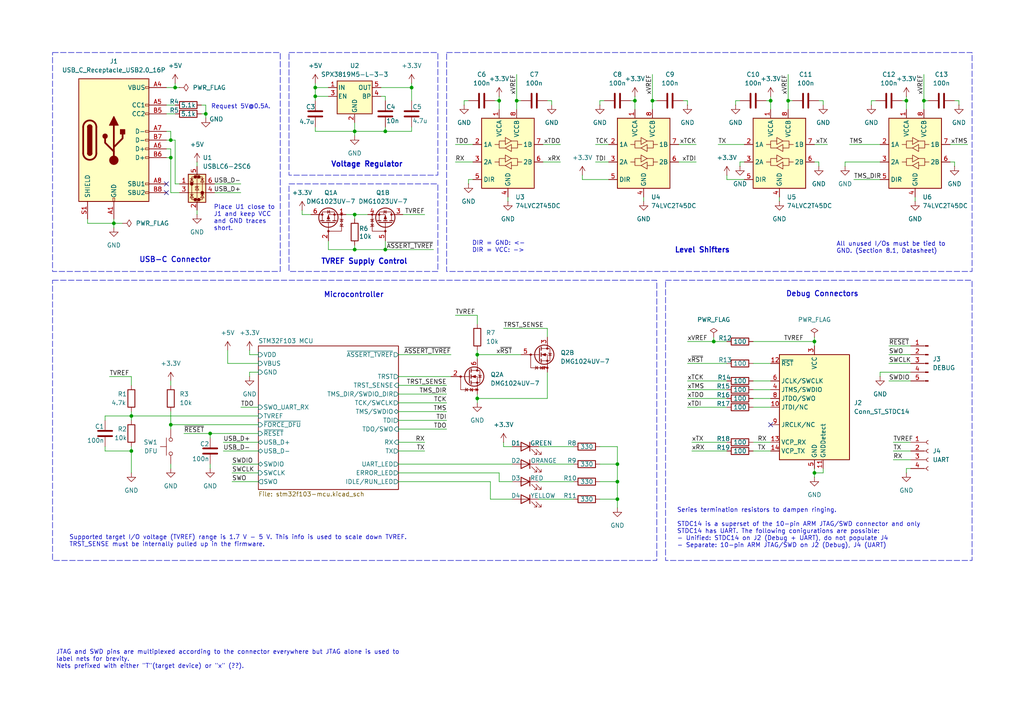
<source format=kicad_sch>
(kicad_sch (version 20250114) (generator "eeschema") (generator_version "9.0")
  (paper "A4")
  (title_block (title "Black Magic Probe") (date "2025-05-01") (rev "v1.0") (company "Utkarsh Verma") (comment 1 "Based on Black Magic Probe v2.1e from 1BitSquared.") (comment 2 "(C) 2025 Utkarsh Verma") (comment 3 "Licence: CC-BY-SA 4.0"))
  (rectangle (start 129.54 15.24) (end 281.94 78.74) (stroke (width 0) (type dash)))
  (rectangle (start 15.24 81.28) (end 190.5 162.56) (stroke (width 0) (type dash)))
  (rectangle (start 83.82 53.34) (end 127 78.74) (stroke (width 0) (type dash)))
  (rectangle (start 83.82 15.24) (end 127 50.8) (stroke (width 0) (type dash)))
  (rectangle (start 15.24 15.24) (end 81.28 78.74) (stroke (width 0) (type dash)))
  (rectangle (start 193.04 81.28) (end 281.94 162.56) (stroke (width 0) (type dash)))
  (text "Debug Connectors" (at 238.506 85.344 0) (effects (font (size 1.524 1.524) (thickness 0.254) (bold yes))))
  (text "TVREF Supply Control" (at 105.664 75.946 0) (effects (font (size 1.524 1.524) (thickness 0.3048) (bold yes))))
  (text "Request 5V@0.5A." (at 69.85 30.988 0) (effects (font (size 1.27 1.27))))
  (text "Series termination resistors to dampen ringing.\n\nSTDC14 is a superset of the 10-pin ARM JTAG/SWD connector and only\nSTDC14 has UART. The following conigurations are possible:\n- Unified: STDC14 on ${/f1fc6258-4499-4f1b-936c-09bde8d994b8/c7963dce-d9ad-4869-a1d6-a9894ba76f4f:REFERENCE} (Debug + UART), do not populate ${/f1fc6258-4499-4f1b-936c-09bde8d994b8/9a528976-fea6-40da-88a5-3aeb6df08928:REFERENCE}\n- Separate: 10-pin ARM JTAG/SWD on ${/f1fc6258-4499-4f1b-936c-09bde8d994b8/c7963dce-d9ad-4869-a1d6-a9894ba76f4f:REFERENCE} (Debug), ${/f1fc6258-4499-4f1b-936c-09bde8d994b8/9a528976-fea6-40da-88a5-3aeb6df08928:REFERENCE} (UART)" (at 196.342 153.162 0) (effects (font (size 1.27 1.27)) (justify left)))
  (text "Level Shifters" (at 203.708 72.644 0) (effects (font (size 1.524 1.524) (thickness 0.3048) (bold yes))))
  (text "All unused I/Os must be tied to\nGND. (Section 8.1, Datasheet)" (at 242.57 71.882 0) (effects (font (size 1.27 1.27) (thickness 0.1588)) (justify left)))
  (text "JTAG and SWD pins are multiplexed according to the connector everywhere but JTAG alone is used to\nlabel nets for brevity.\nNets prefixed with either \"T\"(target device) or \"x\" (??)." (at 16.256 191.262 0) (effects (font (size 1.27 1.27)) (justify left)))
  (text "USB-C Connector" (at 50.8 75.438 0) (effects (font (size 1.524 1.524) (thickness 0.254) (bold yes))))
  (text "Supported target I/O voltage (TVREF) range is 1.7 V - 5 V. This info is used to scale down TVREF.\nTRST_SENSE must be internally pulled up in the firmware." (at 20.066 156.972 0) (effects (font (size 1.27 1.27)) (justify left)))
  (text "Place ${/f1fc6258-4499-4f1b-936c-09bde8d994b8/3a76b143-a864-4074-abff-d5ea8ba2a739:REFERENCE} close to\n${/f1fc6258-4499-4f1b-936c-09bde8d994b8/907ca9d1-e01e-4a83-a719-4f392d685990:REFERENCE} and keep VCC\nand GND traces\nshort." (at 61.976 63.246 0) (effects (font (size 1.27 1.27)) (justify left)))
  (text "Voltage Regulator" (at 106.426 47.752 0) (effects (font (size 1.524 1.524) (thickness 0.3048) (bold yes))))
  (text "DIR = GND: <-\nDIR = VCC: ->" (at 136.906 71.628 0) (effects (font (size 1.27 1.27)) (justify left)))
  (text "Microcontroller" (at 102.616 85.598 0) (effects (font (size 1.524 1.524) (thickness 0.254) (bold yes))))
  (junction (at 50.8 25.4))
  (junction (at 228.6 29.21))
  (junction (at 102.87 62.23))
  (junction (at 184.15 29.21))
  (junction (at 119.38 25.4))
  (junction (at 59.69 33.02))
  (junction (at 267.97 29.21))
  (junction (at 49.53 123.19))
  (junction (at 144.78 29.21))
  (junction (at 91.44 27.94))
  (junction (at 189.23 29.21))
  (junction (at 138.43 102.87))
  (junction (at 60.96 125.73))
  (junction (at 49.53 45.72))
  (junction (at 91.44 25.4))
  (junction (at 207.01 99.06))
  (junction (at 111.76 72.39))
  (junction (at 223.52 29.21))
  (junction (at 102.87 38.1))
  (junction (at 33.02 64.77))
  (junction (at 49.53 40.64))
  (junction (at 236.22 99.06))
  (junction (at 38.1 120.65))
  (junction (at 38.1 130.81))
  (junction (at 262.89 29.21))
  (junction (at 138.43 115.57))
  (junction (at 236.22 137.16))
  (junction (at 111.76 38.1))
  (junction (at 179.07 144.78))
  (junction (at 179.07 134.62))
  (junction (at 102.87 72.39))
  (junction (at 149.86 29.21))
  (junction (at 179.07 139.7))
  (no_connect (at 223.52 123.19))
  (no_connect (at 48.26 55.88))
  (no_connect (at 48.26 53.34))
  (wire (pts (xy 199.39 110.49) (xy 210.82 110.49)))
  (wire (pts (xy 173.99 29.21) (xy 173.99 30.48)))
  (wire (pts (xy 102.87 62.23) (xy 102.87 63.5)))
  (wire (pts (xy 111.76 72.39) (xy 125.73 72.39)))
  (wire (pts (xy 72.39 102.87) (xy 74.93 102.87)))
  (wire (pts (xy 156.21 139.7) (xy 166.37 139.7)))
  (wire (pts (xy 147.32 57.15) (xy 147.32 58.42)))
  (wire (pts (xy 115.57 109.22) (xy 130.81 109.22)))
  (wire (pts (xy 33.02 64.77) (xy 35.56 64.77)))
  (wire (pts (xy 38.1 120.65) (xy 74.93 120.65)))
  (wire (pts (xy 52.07 25.4) (xy 50.8 25.4)))
  (wire (pts (xy 60.96 125.73) (xy 60.96 127)))
  (wire (pts (xy 49.53 40.64) (xy 50.8 40.64)))
  (wire (pts (xy 218.44 115.57) (xy 223.52 115.57)))
  (wire (pts (xy 228.6 29.21) (xy 228.6 21.59)))
  (wire (pts (xy 50.8 53.34) (xy 52.07 53.34)))
  (wire (pts (xy 111.76 36.83) (xy 111.76 38.1)))
  (wire (pts (xy 149.86 31.75) (xy 149.86 29.21)))
  (wire (pts (xy 138.43 116.84) (xy 138.43 115.57)))
  (wire (pts (xy 49.53 134.62) (xy 49.53 135.89)))
  (wire (pts (xy 58.42 30.48) (xy 59.69 30.48)))
  (wire (pts (xy 142.24 139.7) (xy 115.57 139.7)))
  (wire (pts (xy 30.48 130.81) (xy 30.48 129.54)))
  (wire (pts (xy 115.57 128.27) (xy 123.19 128.27)))
  (wire (pts (xy 115.57 130.81) (xy 123.19 130.81)))
  (wire (pts (xy 264.16 135.89) (xy 262.89 135.89)))
  (wire (pts (xy 254 29.21) (xy 252.73 29.21)))
  (wire (pts (xy 218.44 110.49) (xy 223.52 110.49)))
  (wire (pts (xy 142.24 139.7) (xy 142.24 144.78)))
  (wire (pts (xy 132.08 41.91) (xy 137.16 41.91)))
  (wire (pts (xy 200.66 128.27) (xy 210.82 128.27)))
  (wire (pts (xy 236.22 99.06) (xy 236.22 100.33)))
  (wire (pts (xy 173.99 139.7) (xy 179.07 139.7)))
  (wire (pts (xy 59.69 33.02) (xy 59.69 34.29)))
  (wire (pts (xy 199.39 29.21) (xy 199.39 30.48)))
  (wire (pts (xy 237.49 46.99) (xy 237.49 48.26)))
  (wire (pts (xy 111.76 38.1) (xy 102.87 38.1)))
  (wire (pts (xy 172.72 41.91) (xy 176.53 41.91)))
  (wire (pts (xy 218.44 130.81) (xy 223.52 130.81)))
  (wire (pts (xy 196.85 46.99) (xy 201.93 46.99)))
  (wire (pts (xy 236.22 137.16) (xy 236.22 135.89)))
  (wire (pts (xy 91.44 24.13) (xy 91.44 25.4)))
  (wire (pts (xy 49.53 45.72) (xy 49.53 55.88)))
  (wire (pts (xy 265.43 57.15) (xy 265.43 58.42)))
  (wire (pts (xy 186.69 57.15) (xy 186.69 58.42)))
  (wire (pts (xy 95.25 25.4) (xy 91.44 25.4)))
  (wire (pts (xy 110.49 27.94) (xy 111.76 27.94)))
  (wire (pts (xy 275.59 41.91) (xy 280.67 41.91)))
  (wire (pts (xy 278.13 29.21) (xy 276.86 29.21)))
  (wire (pts (xy 199.39 105.41) (xy 210.82 105.41)))
  (wire (pts (xy 218.44 118.11) (xy 223.52 118.11)))
  (wire (pts (xy 172.72 46.99) (xy 176.53 46.99)))
  (wire (pts (xy 115.57 114.3) (xy 129.54 114.3)))
  (wire (pts (xy 57.15 46.99) (xy 57.15 48.26)))
  (wire (pts (xy 116.84 62.23) (xy 123.19 62.23)))
  (wire (pts (xy 66.04 105.41) (xy 74.93 105.41)))
  (wire (pts (xy 144.78 29.21) (xy 144.78 31.75)))
  (wire (pts (xy 50.8 40.64) (xy 50.8 53.34)))
  (wire (pts (xy 102.87 71.12) (xy 102.87 72.39)))
  (wire (pts (xy 255.27 107.95) (xy 264.16 107.95)))
  (wire (pts (xy 30.48 120.65) (xy 38.1 120.65)))
  (wire (pts (xy 64.77 130.81) (xy 74.93 130.81)))
  (wire (pts (xy 49.53 119.38) (xy 49.53 123.19)))
  (wire (pts (xy 115.57 111.76) (xy 129.54 111.76)))
  (wire (pts (xy 144.78 27.94) (xy 144.78 29.21)))
  (wire (pts (xy 275.59 46.99) (xy 276.86 46.99)))
  (wire (pts (xy 91.44 27.94) (xy 95.25 27.94)))
  (wire (pts (xy 33.02 63.5) (xy 33.02 64.77)))
  (wire (pts (xy 138.43 115.57) (xy 138.43 114.3)))
  (wire (pts (xy 236.22 137.16) (xy 236.22 138.43)))
  (wire (pts (xy 236.22 41.91) (xy 240.03 41.91)))
  (wire (pts (xy 95.25 69.85) (xy 95.25 72.39)))
  (wire (pts (xy 207.01 99.06) (xy 210.82 99.06)))
  (wire (pts (xy 228.6 31.75) (xy 228.6 29.21)))
  (wire (pts (xy 95.25 72.39) (xy 102.87 72.39)))
  (wire (pts (xy 146.05 128.27) (xy 146.05 129.54)))
  (wire (pts (xy 143.51 29.21) (xy 144.78 29.21)))
  (wire (pts (xy 199.39 115.57) (xy 210.82 115.57)))
  (wire (pts (xy 184.15 27.94) (xy 184.15 29.21)))
  (wire (pts (xy 156.21 134.62) (xy 166.37 134.62)))
  (wire (pts (xy 184.15 29.21) (xy 184.15 31.75)))
  (wire (pts (xy 110.49 25.4) (xy 119.38 25.4)))
  (wire (pts (xy 199.39 113.03) (xy 210.82 113.03)))
  (wire (pts (xy 38.1 119.38) (xy 38.1 120.65)))
  (wire (pts (xy 50.8 24.13) (xy 50.8 25.4)))
  (wire (pts (xy 222.25 29.21) (xy 223.52 29.21)))
  (wire (pts (xy 179.07 134.62) (xy 179.07 139.7)))
  (wire (pts (xy 137.16 52.07) (xy 135.89 52.07)))
  (wire (pts (xy 257.81 102.87) (xy 264.16 102.87)))
  (wire (pts (xy 115.57 124.46) (xy 129.54 124.46)))
  (wire (pts (xy 132.08 46.99) (xy 137.16 46.99)))
  (wire (pts (xy 102.87 72.39) (xy 111.76 72.39)))
  (wire (pts (xy 138.43 101.6) (xy 138.43 102.87)))
  (wire (pts (xy 49.53 40.64) (xy 49.53 38.1)))
  (wire (pts (xy 48.26 25.4) (xy 50.8 25.4)))
  (wire (pts (xy 38.1 130.81) (xy 38.1 137.16)))
  (wire (pts (xy 189.23 31.75) (xy 189.23 29.21)))
  (wire (pts (xy 213.36 29.21) (xy 213.36 30.48)))
  (wire (pts (xy 196.85 41.91) (xy 201.93 41.91)))
  (wire (pts (xy 207.01 97.79) (xy 207.01 99.06)))
  (wire (pts (xy 173.99 129.54) (xy 179.07 129.54)))
  (wire (pts (xy 66.04 101.6) (xy 66.04 105.41)))
  (wire (pts (xy 111.76 69.85) (xy 111.76 72.39)))
  (wire (pts (xy 91.44 25.4) (xy 91.44 27.94)))
  (wire (pts (xy 38.1 109.22) (xy 38.1 111.76)))
  (wire (pts (xy 276.86 46.99) (xy 276.86 48.26)))
  (wire (pts (xy 149.86 29.21) (xy 149.86 21.59)))
  (wire (pts (xy 31.75 109.22) (xy 38.1 109.22)))
  (wire (pts (xy 257.81 105.41) (xy 264.16 105.41)))
  (wire (pts (xy 252.73 29.21) (xy 252.73 30.48)))
  (wire (pts (xy 190.5 29.21) (xy 189.23 29.21)))
  (wire (pts (xy 255.27 109.22) (xy 255.27 107.95)))
  (wire (pts (xy 72.39 107.95) (xy 72.39 109.22)))
  (wire (pts (xy 173.99 134.62) (xy 179.07 134.62)))
  (wire (pts (xy 91.44 27.94) (xy 91.44 29.21)))
  (wire (pts (xy 90.17 62.23) (xy 87.63 62.23)))
  (wire (pts (xy 158.75 97.79) (xy 158.75 95.25)))
  (wire (pts (xy 262.89 29.21) (xy 262.89 31.75)))
  (wire (pts (xy 267.97 29.21) (xy 267.97 21.59)))
  (wire (pts (xy 182.88 29.21) (xy 184.15 29.21)))
  (wire (pts (xy 115.57 137.16) (xy 144.78 137.16)))
  (wire (pts (xy 200.66 130.81) (xy 210.82 130.81)))
  (wire (pts (xy 138.43 102.87) (xy 138.43 104.14)))
  (wire (pts (xy 74.93 107.95) (xy 72.39 107.95)))
  (wire (pts (xy 144.78 139.7) (xy 148.59 139.7)))
  (wire (pts (xy 257.81 100.33) (xy 264.16 100.33)))
  (wire (pts (xy 255.27 52.07) (xy 247.65 52.07)))
  (wire (pts (xy 49.53 45.72) (xy 49.53 43.18)))
  (wire (pts (xy 33.02 64.77) (xy 25.4 64.77)))
  (wire (pts (xy 119.38 25.4) (xy 119.38 24.13)))
  (wire (pts (xy 57.15 60.96) (xy 57.15 62.23)))
  (wire (pts (xy 210.82 50.8) (xy 210.82 52.07)))
  (wire (pts (xy 179.07 144.78) (xy 179.07 147.32)))
  (wire (pts (xy 267.97 31.75) (xy 267.97 29.21)))
  (wire (pts (xy 245.11 46.99) (xy 255.27 46.99)))
  (wire (pts (xy 218.44 113.03) (xy 223.52 113.03)))
  (wire (pts (xy 38.1 129.54) (xy 38.1 130.81)))
  (wire (pts (xy 60.96 125.73) (xy 74.93 125.73)))
  (wire (pts (xy 157.48 46.99) (xy 162.56 46.99)))
  (wire (pts (xy 146.05 129.54) (xy 148.59 129.54)))
  (wire (pts (xy 246.38 41.91) (xy 255.27 41.91)))
  (wire (pts (xy 119.38 25.4) (xy 119.38 29.21)))
  (wire (pts (xy 138.43 91.44) (xy 132.08 91.44)))
  (wire (pts (xy 30.48 130.81) (xy 38.1 130.81)))
  (wire (pts (xy 102.87 38.1) (xy 102.87 39.37)))
  (wire (pts (xy 25.4 64.77) (xy 25.4 63.5)))
  (wire (pts (xy 48.26 33.02) (xy 50.8 33.02)))
  (wire (pts (xy 30.48 120.65) (xy 30.48 121.92)))
  (wire (pts (xy 60.96 134.62) (xy 60.96 135.89)))
  (wire (pts (xy 223.52 29.21) (xy 223.52 31.75)))
  (wire (pts (xy 259.08 130.81) (xy 264.16 130.81)))
  (wire (pts (xy 111.76 27.94) (xy 111.76 29.21)))
  (wire (pts (xy 156.21 144.78) (xy 166.37 144.78)))
  (wire (pts (xy 208.28 41.91) (xy 215.9 41.91)))
  (wire (pts (xy 115.57 134.62) (xy 148.59 134.62)))
  (wire (pts (xy 49.53 123.19) (xy 49.53 124.46)))
  (wire (pts (xy 229.87 29.21) (xy 228.6 29.21)))
  (wire (pts (xy 214.63 46.99) (xy 214.63 48.26)))
  (wire (pts (xy 38.1 120.65) (xy 38.1 121.92)))
  (wire (pts (xy 199.39 118.11) (xy 210.82 118.11)))
  (wire (pts (xy 115.57 121.92) (xy 129.54 121.92)))
  (wire (pts (xy 119.38 36.83) (xy 119.38 38.1)))
  (wire (pts (xy 223.52 27.94) (xy 223.52 29.21)))
  (wire (pts (xy 100.33 62.23) (xy 102.87 62.23)))
  (wire (pts (xy 158.75 115.57) (xy 138.43 115.57)))
  (wire (pts (xy 48.26 45.72) (xy 49.53 45.72)))
  (wire (pts (xy 62.23 55.88) (xy 69.85 55.88)))
  (wire (pts (xy 261.62 29.21) (xy 262.89 29.21)))
  (wire (pts (xy 138.43 91.44) (xy 138.43 93.98)))
  (wire (pts (xy 142.24 144.78) (xy 148.59 144.78)))
  (wire (pts (xy 49.53 123.19) (xy 74.93 123.19)))
  (wire (pts (xy 62.23 53.34) (xy 69.85 53.34)))
  (wire (pts (xy 173.99 144.78) (xy 179.07 144.78)))
  (wire (pts (xy 91.44 36.83) (xy 91.44 38.1)))
  (wire (pts (xy 48.26 43.18) (xy 49.53 43.18)))
  (wire (pts (xy 238.76 29.21) (xy 238.76 30.48)))
  (wire (pts (xy 278.13 29.21) (xy 278.13 30.48)))
  (wire (pts (xy 135.89 52.07) (xy 135.89 53.34)))
  (wire (pts (xy 111.76 38.1) (xy 119.38 38.1)))
  (wire (pts (xy 151.13 29.21) (xy 149.86 29.21)))
  (wire (pts (xy 53.34 125.73) (xy 60.96 125.73)))
  (wire (pts (xy 146.05 95.25) (xy 158.75 95.25)))
  (wire (pts (xy 226.06 57.15) (xy 226.06 58.42)))
  (wire (pts (xy 238.76 135.89) (xy 238.76 137.16)))
  (wire (pts (xy 48.26 38.1) (xy 49.53 38.1)))
  (wire (pts (xy 48.26 40.64) (xy 49.53 40.64)))
  (wire (pts (xy 67.31 137.16) (xy 74.93 137.16)))
  (wire (pts (xy 236.22 97.79) (xy 236.22 99.06)))
  (wire (pts (xy 218.44 105.41) (xy 223.52 105.41)))
  (wire (pts (xy 64.77 128.27) (xy 74.93 128.27)))
  (wire (pts (xy 33.02 64.77) (xy 33.02 66.04)))
  (wire (pts (xy 245.11 48.26) (xy 245.11 46.99)))
  (wire (pts (xy 87.63 60.96) (xy 87.63 62.23)))
  (wire (pts (xy 144.78 137.16) (xy 144.78 139.7)))
  (wire (pts (xy 135.89 29.21) (xy 134.62 29.21)))
  (wire (pts (xy 69.85 118.11) (xy 74.93 118.11)))
  (wire (pts (xy 67.31 139.7) (xy 74.93 139.7)))
  (wire (pts (xy 157.48 41.91) (xy 162.56 41.91)))
  (wire (pts (xy 168.91 50.8) (xy 168.91 52.07)))
  (wire (pts (xy 59.69 30.48) (xy 59.69 33.02)))
  (wire (pts (xy 179.07 129.54) (xy 179.07 134.62)))
  (wire (pts (xy 215.9 52.07) (xy 210.82 52.07)))
  (wire (pts (xy 262.89 135.89) (xy 262.89 137.16)))
  (wire (pts (xy 59.69 33.02) (xy 58.42 33.02)))
  (wire (pts (xy 48.26 30.48) (xy 50.8 30.48)))
  (wire (pts (xy 160.02 29.21) (xy 160.02 30.48)))
  (wire (pts (xy 115.57 102.87) (xy 130.81 102.87)))
  (wire (pts (xy 115.57 116.84) (xy 129.54 116.84)))
  (wire (pts (xy 218.44 99.06) (xy 236.22 99.06)))
  (wire (pts (xy 91.44 38.1) (xy 102.87 38.1)))
  (wire (pts (xy 158.75 107.95) (xy 158.75 115.57)))
  (wire (pts (xy 102.87 35.56) (xy 102.87 38.1)))
  (wire (pts (xy 115.57 119.38) (xy 129.54 119.38)))
  (wire (pts (xy 189.23 29.21) (xy 189.23 21.59)))
  (wire (pts (xy 156.21 129.54) (xy 166.37 129.54)))
  (wire (pts (xy 238.76 29.21) (xy 237.49 29.21)))
  (wire (pts (xy 49.53 55.88) (xy 52.07 55.88)))
  (wire (pts (xy 134.62 29.21) (xy 134.62 30.48)))
  (wire (pts (xy 175.26 29.21) (xy 173.99 29.21)))
  (wire (pts (xy 269.24 29.21) (xy 267.97 29.21)))
  (wire (pts (xy 259.08 128.27) (xy 264.16 128.27)))
  (wire (pts (xy 67.31 134.62) (xy 74.93 134.62)))
  (wire (pts (xy 72.39 101.6) (xy 72.39 102.87)))
  (wire (pts (xy 138.43 102.87) (xy 151.13 102.87)))
  (wire (pts (xy 199.39 29.21) (xy 198.12 29.21)))
  (wire (pts (xy 259.08 133.35) (xy 264.16 133.35)))
  (wire (pts (xy 160.02 29.21) (xy 158.75 29.21)))
  (wire (pts (xy 218.44 128.27) (xy 223.52 128.27)))
  (wire (pts (xy 236.22 46.99) (xy 237.49 46.99)))
  (wire (pts (xy 215.9 46.99) (xy 214.63 46.99)))
  (wire (pts (xy 102.87 62.23) (xy 106.68 62.23)))
  (wire (pts (xy 257.81 110.49) (xy 264.16 110.49)))
  (wire (pts (xy 262.89 27.94) (xy 262.89 29.21)))
  (wire (pts (xy 179.07 139.7) (xy 179.07 144.78)))
  (wire (pts (xy 238.76 137.16) (xy 236.22 137.16)))
  (wire (pts (xy 199.39 99.06) (xy 207.01 99.06)))
  (wire (pts (xy 49.53 110.49) (xy 49.53 111.76)))
  (wire (pts (xy 214.63 29.21) (xy 213.36 29.21)))
  (wire (pts (xy 168.91 52.07) (xy 176.53 52.07)))
  (label "xTDI" (at 199.39 118.11 0))
  (label "USB_D+" (at 69.85 55.88 180))
  (label "USB_D-" (at 64.77 130.81 0))
  (label "TX" (at 208.28 41.91 0))
  (label "TDO" (at 69.85 118.11 0))
  (label "xRX" (at 200.66 130.81 0))
  (label "xRX" (at 162.56 46.99 180))
  (label "TCK" (at 129.54 116.84 180))
  (label "xTDI" (at 201.93 46.99 180))
  (label "TVREF" (at 123.19 62.23 180))
  (label "TRST_SENSE" (at 129.54 111.76 180))
  (label "SWDIO" (at 257.81 110.49 0))
  (label "xTCK" (at 201.93 41.91 180))
  (label "TDI" (at 129.54 121.92 180))
  (label "xTDO" (at 162.56 41.91 180))
  (label "xTX" (at 240.03 41.91 180))
  (label "SWCLK" (at 257.81 105.41 0))
  (label "~{RESET}" (at 257.81 100.33 0))
  (label "x~{RST}" (at 199.39 105.41 0))
  (label "SWO" (at 67.31 139.7 0))
  (label "RX" (at 132.08 46.99 0))
  (label "TVREF" (at 259.08 128.27 0))
  (label "RX" (at 219.71 128.27 0))
  (label "TMS_DIR" (at 247.65 52.07 0))
  (label "TMS" (at 129.54 119.38 180))
  (label "TMS" (at 246.38 41.91 0))
  (label "TX" (at 123.19 130.81 180))
  (label "TX" (at 219.71 130.81 0))
  (label "xTMS" (at 280.67 41.91 180))
  (label "TVREF" (at 132.08 91.44 0))
  (label "SWDIO" (at 67.31 134.62 0))
  (label "xVREF" (at 199.39 99.06 0))
  (label "USB_D-" (at 69.85 53.34 180))
  (label "SWCLK" (at 67.31 137.16 0))
  (label "TCK" (at 172.72 41.91 0))
  (label "RX" (at 123.19 128.27 180))
  (label "xTX" (at 200.66 128.27 0))
  (label "TVREF" (at 227.33 99.06 0))
  (label "TVREF" (at 31.75 109.22 0))
  (label "TDI" (at 172.72 46.99 0))
  (label "xTDO" (at 199.39 115.57 0))
  (label "xVREF" (at 228.6 21.59 270))
  (label "TDO" (at 132.08 41.91 0))
  (label "RX" (at 259.08 133.35 0))
  (label "~{ASSERT_TVREF}" (at 125.73 72.39 180))
  (label "USB_D+" (at 64.77 128.27 0))
  (label "SWO" (at 257.81 102.87 0))
  (label "xVREF" (at 267.97 21.59 270))
  (label "TX" (at 259.08 130.81 0))
  (label "xTMS" (at 199.39 113.03 0))
  (label "xVREF" (at 149.86 21.59 270))
  (label "~{RESET}" (at 53.34 125.73 0))
  (label "TRST_SENSE" (at 146.05 95.25 0))
  (label "TMS_DIR" (at 129.54 114.3 180))
  (label "xTCK" (at 199.39 110.49 0))
  (label "xVREF" (at 189.23 21.59 270))
  (label "x~{RST}" (at 148.59 102.87 180))
  (label "TDO" (at 129.54 124.46 180))
  (label "~{ASSERT_TVREF}" (at 130.81 102.87 180))
  (symbol (lib_id "power:GND") (at 255.27 109.22 0) (unit 1)
    (property "Reference" "#PWR040" (effects (hide yes)))
    (property "Value" "GND" (at 255.27 114.3 0))
    (property "Description" "Power symbol creates a global label with name \"GND\" , ground" (effects (hide yes)))
  )
  (symbol (lib_id "Device:R") (at 170.18 129.54 90) (unit 1)
    (property "Reference" "R8" (at 165.862 128.524 90))
    (property "Value" "330" (at 170.18 129.54 90))
    (property "Footprint" "Capacitor_SMD:C_0402_1005Metric" (effects (hide yes)))
    (property "Description" "Resistor" (effects (hide yes)))
  )
  (symbol (lib_id "Logic_LevelTranslator:74LVC2T45DC") (at 226.06 44.45 0) (unit 1)
    (property "Reference" "U5" (at 228.2033 57.15 0) (effects (justify left)))
    (property "Value" "74LVC2T45DC" (at 228.2033 59.69 0) (effects (justify left)))
    (property "Footprint" "Package_SO:VSSOP-8_2.3x2mm_P0.5mm" (effects (hide yes)))
    (property "Datasheet" "https://assets.nexperia.com/documents/data-sheet/74LVC_LVCH2T45.pdf" (effects (hide yes)))
    (property "Description" "Dual supply translating transceiver, 3-state, 2-bit, VSSOP-8" (effects (hide yes)))
  )
  (symbol (lib_id "power:GND") (at 33.02 66.04 0) (unit 1)
    (property "Reference" "#PWR01" (effects (hide yes)))
    (property "Value" "GND" (at 33.02 71.12 0))
    (property "Description" "Power symbol creates a global label with name \"GND\" , ground" (effects (hide yes)))
  )
  (symbol (lib_id "power:GND") (at 49.53 135.89 0) (unit 1)
    (property "Reference" "#PWR04" (effects (hide yes)))
    (property "Value" "GND" (at 49.53 140.97 0))
    (property "Description" "Power symbol creates a global label with name \"GND\" , ground" (effects (hide yes)))
  )
  (symbol (lib_id "power:GND") (at 278.13 30.48 0) (unit 1)
    (property "Reference" "#PWR045" (effects (hide yes)))
    (property "Value" "GND" (at 278.13 35.56 0))
    (property "Description" "Power symbol creates a global label with name \"GND\" , ground" (effects (hide yes)))
  )
  (symbol (lib_id "power:+5V") (at 91.44 24.13 0) (unit 1)
    (property "Reference" "#PWR014" (effects (hide yes)))
    (property "Value" "+5V" (at 91.44 19.05 0))
    (property "Description" "Power symbol creates a global label with name \"+5V\"" (effects (hide yes)))
  )
  (symbol (lib_id "power:GND") (at 265.43 58.42 0) (unit 1)
    (property "Reference" "#PWR043" (effects (hide yes)))
    (property "Value" "GND" (at 265.43 63.5 0))
    (property "Description" "Power symbol creates a global label with name \"GND\" , ground" (effects (hide yes)))
  )
  (symbol (lib_id "Device:R") (at 214.63 105.41 90) (unit 1)
    (property "Reference" "R13" (at 210.312 104.394 90))
    (property "Value" "100" (at 214.63 105.41 90))
    (property "Footprint" "Capacitor_SMD:C_0402_1005Metric" (effects (hide yes)))
    (property "Description" "Resistor" (effects (hide yes)))
  )
  (symbol (lib_id "power:+5V") (at 57.15 46.99 0) (unit 1)
    (property "Reference" "#PWR06" (effects (hide yes)))
    (property "Value" "+5V" (at 57.15 41.91 0))
    (property "Description" "Power symbol creates a global label with name \"+5V\"" (effects (hide yes)))
  )
  (symbol (lib_id "power:+3.3V") (at 184.15 27.94 0) (unit 1)
    (property "Reference" "#PWR027" (effects (hide yes)))
    (property "Value" "+3.3V" (at 184.15 22.86 0))
    (property "Description" "Power symbol creates a global label with name \"+3.3V\"" (effects (hide yes)))
  )
  (symbol (lib_id "power:PWR_FLAG") (at 52.07 25.4 270) (unit 1)
    (property "Reference" "#FLG02" (effects (hide yes)))
    (property "Value" "PWR_FLAG" (at 55.88 25.3999 90) (effects (justify left)))
    (property "Description" "Special symbol for telling ERC where power comes from" (effects (hide yes)))
  )
  (symbol (lib_id "power:GND") (at 134.62 30.48 0) (unit 1)
    (property "Reference" "#PWR017" (effects (hide yes)))
    (property "Value" "GND" (at 134.62 35.56 0))
    (property "Description" "Power symbol creates a global label with name \"GND\" , ground" (effects (hide yes)))
  )
  (symbol (lib_id "power:GND") (at 276.86 48.26 0) (unit 1)
    (property "Reference" "#PWR044" (effects (hide yes)))
    (property "Value" "GND" (at 276.86 53.34 0))
    (property "Description" "Power symbol creates a global label with name \"GND\" , ground" (effects (hide yes)))
  )
  (symbol (lib_id "power:GND") (at 262.89 137.16 0) (unit 1)
    (property "Reference" "#PWR042" (effects (hide yes)))
    (property "Value" "GND" (at 262.89 142.24 0))
    (property "Description" "Power symbol creates a global label with name \"GND\" , ground" (effects (hide yes)))
  )
  (symbol (lib_id "power:+3.3V") (at 146.05 128.27 0) (unit 1)
    (property "Reference" "#PWR021" (effects (hide yes)))
    (property "Value" "+3.3V" (at 146.05 123.19 0))
    (property "Description" "Power symbol creates a global label with name \"+3.3V\"" (effects (hide yes)))
  )
  (symbol (lib_id "Power_Protection:USBLC6-2SC6") (at 57.15 53.34 0) (unit 1)
    (property "Reference" "U1" (at 58.8011 45.72 0) (effects (justify left)))
    (property "Value" "USBLC6-2SC6" (at 58.8011 48.26 0) (effects (justify left)))
    (property "Footprint" "Package_TO_SOT_SMD:SOT-23-6" (effects (hide yes)))
    (property "Datasheet" "https://www.st.com/resource/en/datasheet/usblc6-2.pdf" (effects (hide yes)))
    (property "Description" "Very low capacitance ESD protection diode, 2 data-line, SOT-23-6" (effects (hide yes)))
  )
  (symbol (lib_id "power:GND") (at 252.73 30.48 0) (unit 1)
    (property "Reference" "#PWR039" (effects (hide yes)))
    (property "Value" "GND" (at 252.73 35.56 0))
    (property "Description" "Power symbol creates a global label with name \"GND\" , ground" (effects (hide yes)))
  )
  (symbol (lib_id "Device:LED") (at 152.4 134.62 0) (mirror y) (unit 1)
    (property "Reference" "D2" (at 149.606 133.604 0))
    (property "Value" "ORANGE" (at 157.734 133.604 0))
    (property "Footprint" "LED_SMD:LED_0805_2012Metric" (effects (hide yes)))
    (property "Description" "Light emitting diode" (effects (hide yes)))
    (property "Sim.Pins" "1=K 2=A" (effects (hide yes)))
  )
  (symbol (lib_id "Device:C") (at 111.76 33.02 0) (unit 1)
    (property "Reference" "C4" (at 112.014 30.988 0) (effects (justify left)))
    (property "Value" "10n" (at 112.014 35.052 0) (effects (justify left)))
    (property "Footprint" "Capacitor_SMD:C_0402_1005Metric" (effects (hide yes)))
    (property "Description" "Unpolarized capacitor" (effects (hide yes)))
  )
  (symbol (lib_id "Device:R") (at 54.61 33.02 90) (mirror x) (unit 1)
    (property "Reference" "R5" (at 50.546 32.004 90))
    (property "Value" "5.1k" (at 54.61 33.02 90))
    (property "Footprint" "Capacitor_SMD:C_0402_1005Metric" (effects (hide yes)))
    (property "Description" "Resistor" (effects (hide yes)))
  )
  (symbol (lib_id "power:PWR_FLAG") (at 35.56 64.77 270) (mirror x) (unit 1)
    (property "Reference" "#FLG01" (effects (hide yes)))
    (property "Value" "PWR_FLAG" (at 39.37 64.7699 90) (effects (justify left)))
    (property "Description" "Special symbol for telling ERC where power comes from" (effects (hide yes)))
  )
  (symbol (lib_id "power:GND") (at 237.49 48.26 0) (unit 1)
    (property "Reference" "#PWR036" (effects (hide yes)))
    (property "Value" "GND" (at 237.49 53.34 0))
    (property "Description" "Power symbol creates a global label with name \"GND\" , ground" (effects (hide yes)))
  )
  (symbol (lib_id "Device:R") (at 214.63 118.11 90) (unit 1)
    (property "Reference" "R17" (at 209.804 117.094 90))
    (property "Value" "100" (at 214.63 118.11 90))
    (property "Footprint" "Capacitor_SMD:C_0402_1005Metric" (effects (hide yes)))
    (property "Description" "Resistor" (effects (hide yes)))
  )
  (symbol (lib_id "power:GND") (at 135.89 53.34 0) (unit 1)
    (property "Reference" "#PWR018" (effects (hide yes)))
    (property "Value" "GND" (at 135.89 58.42 0))
    (property "Description" "Power symbol creates a global label with name \"GND\" , ground" (effects (hide yes)))
  )
  (symbol (lib_id "power:+3.3V") (at 210.82 50.8 0) (unit 1)
    (property "Reference" "#PWR030" (effects (hide yes)))
    (property "Value" "+3.3V" (at 210.82 45.72 0))
    (property "Description" "Power symbol creates a global label with name \"+3.3V\"" (effects (hide yes)))
  )
  (symbol (lib_id "Device:C") (at 233.68 29.21 270) (mirror x) (unit 1)
    (property "Reference" "C11" (at 233.68 21.59 90))
    (property "Value" "100n" (at 233.68 24.13 90))
    (property "Footprint" "Capacitor_SMD:C_0402_1005Metric" (effects (hide yes)))
    (property "Description" "Unpolarized capacitor" (effects (hide yes)))
  )
  (symbol (lib_id "Device:LED") (at 152.4 129.54 0) (mirror y) (unit 1)
    (property "Reference" "D1" (at 149.606 128.524 0))
    (property "Value" "GREEN" (at 156.972 128.524 0))
    (property "Footprint" "LED_SMD:LED_0805_2012Metric" (effects (hide yes)))
    (property "Description" "Light emitting diode" (effects (hide yes)))
    (property "Sim.Pins" "1=K 2=A" (effects (hide yes)))
  )
  (symbol (lib_id "Device:C") (at 139.7 29.21 270) (mirror x) (unit 1)
    (property "Reference" "C6" (at 139.7 21.59 90))
    (property "Value" "100n" (at 139.7 24.13 90))
    (property "Footprint" "Capacitor_SMD:C_0402_1005Metric" (effects (hide yes)))
    (property "Description" "Unpolarized capacitor" (effects (hide yes)))
  )
  (symbol (lib_id "power:GND") (at 213.36 30.48 0) (unit 1)
    (property "Reference" "#PWR031" (effects (hide yes)))
    (property "Value" "GND" (at 213.36 35.56 0))
    (property "Description" "Power symbol creates a global label with name \"GND\" , ground" (effects (hide yes)))
  )
  (symbol (lib_id "Device:R") (at 214.63 99.06 90) (unit 1)
    (property "Reference" "R12" (at 210.312 98.044 90))
    (property "Value" "100" (at 214.63 99.06 90))
    (property "Footprint" "Capacitor_SMD:C_0402_1005Metric" (effects (hide yes)))
    (property "Description" "Resistor" (effects (hide yes)))
  )
  (symbol (lib_id "Device:R") (at 102.87 67.31 0) (unit 1)
    (property "Reference" "R6" (at 104.14 66.294 0) (effects (justify left)))
    (property "Value" "10k" (at 104.14 68.58 0) (effects (justify left)))
    (property "Footprint" "Capacitor_SMD:C_0402_1005Metric" (effects (hide yes)))
    (property "Description" "Resistor" (effects (hide yes)))
  )
  (symbol (lib_id "power:+3.3V") (at 119.38 24.13 0) (unit 1)
    (property "Reference" "#PWR016" (effects (hide yes)))
    (property "Value" "+3.3V" (at 119.38 19.05 0))
    (property "Description" "Power symbol creates a global label with name \"+3.3V\"" (effects (hide yes)))
  )
  (symbol (lib_id "Device:C") (at 60.96 130.81 180) (unit 1)
    (property "Reference" "C2" (at 60.706 128.778 0) (effects (justify left)))
    (property "Value" "100n" (at 60.706 133.096 0) (effects (justify left)))
    (property "Footprint" "Capacitor_SMD:C_0402_1005Metric" (effects (hide yes)))
    (property "Description" "Unpolarized capacitor" (effects (hide yes)))
  )
  (symbol (lib_id "power:GND") (at 38.1 137.16 0) (mirror y) (unit 1)
    (property "Reference" "#PWR02" (effects (hide yes)))
    (property "Value" "GND" (at 38.1 142.24 0))
    (property "Description" "Power symbol creates a global label with name \"GND\" , ground" (effects (hide yes)))
  )
  (symbol (lib_id "Device:R") (at 49.53 115.57 0) (unit 1)
    (property "Reference" "R3" (at 52.07 114.2999 0) (effects (justify left)))
    (property "Value" "10k" (at 52.07 116.8399 0) (effects (justify left)))
    (property "Footprint" "Capacitor_SMD:C_0402_1005Metric" (effects (hide yes)))
    (property "Description" "Resistor" (effects (hide yes)))
  )
  (symbol (lib_id "power:+3.3V") (at 72.39 101.6 0) (unit 1)
    (property "Reference" "#PWR011" (effects (hide yes)))
    (property "Value" "+3.3V" (at 72.39 96.52 0))
    (property "Description" "Power symbol creates a global label with name \"+3.3V\"" (effects (hide yes)))
  )
  (symbol (lib_id "power:GND") (at 147.32 58.42 0) (unit 1)
    (property "Reference" "#PWR022" (effects (hide yes)))
    (property "Value" "GND" (at 147.32 63.5 0))
    (property "Description" "Power symbol creates a global label with name \"GND\" , ground" (effects (hide yes)))
  )
  (symbol (lib_id "power:GND") (at 173.99 30.48 0) (unit 1)
    (property "Reference" "#PWR025" (effects (hide yes)))
    (property "Value" "GND" (at 173.99 35.56 0))
    (property "Description" "Power symbol creates a global label with name \"GND\" , ground" (effects (hide yes)))
  )
  (symbol (lib_id "Logic_LevelTranslator:74LVC2T45DC") (at 186.69 44.45 0) (unit 1)
    (property "Reference" "U4" (at 188.8333 57.15 0) (effects (justify left)))
    (property "Value" "74LVC2T45DC" (at 188.8333 59.69 0) (effects (justify left)))
    (property "Footprint" "Package_SO:VSSOP-8_2.3x2mm_P0.5mm" (effects (hide yes)))
    (property "Datasheet" "https://assets.nexperia.com/documents/data-sheet/74LVC_LVCH2T45.pdf" (effects (hide yes)))
    (property "Description" "Dual supply translating transceiver, 3-state, 2-bit, VSSOP-8" (effects (hide yes)))
  )
  (symbol (lib_id "Switch:SW_Push") (at 49.53 129.54 90) (unit 1)
    (property "Reference" "SW1" (at 45.72 128.2699 90) (effects (justify left)))
    (property "Value" "DFU" (at 45.72 130.8099 90) (effects (justify left)))
    (property "Footprint" "Button_Switch_SMD:SW_Tactile_SPST_NO_Straight_CK_PTS636Sx25SMTRLFS" (effects (hide yes)))
    (property "Description" "Push button switch, generic, two pins" (effects (hide yes)))
  )
  (symbol (lib_id "power:GND") (at 199.39 30.48 0) (unit 1)
    (property "Reference" "#PWR029" (effects (hide yes)))
    (property "Value" "GND" (at 199.39 35.56 0))
    (property "Description" "Power symbol creates a global label with name \"GND\" , ground" (effects (hide yes)))
  )
  (symbol (lib_id "power:+3.3V") (at 262.89 27.94 0) (unit 1)
    (property "Reference" "#PWR041" (effects (hide yes)))
    (property "Value" "+3.3V" (at 262.89 22.86 0))
    (property "Description" "Power symbol creates a global label with name \"+3.3V\"" (effects (hide yes)))
  )
  (symbol (lib_id "Device:LED") (at 152.4 144.78 0) (mirror y) (unit 1)
    (property "Reference" "D4" (at 149.606 143.764 0))
    (property "Value" "YELLOW" (at 157.48 143.764 0))
    (property "Footprint" "LED_SMD:LED_0805_2012Metric" (effects (hide yes)))
    (property "Description" "Light emitting diode" (effects (hide yes)))
    (property "Sim.Pins" "1=K 2=A" (effects (hide yes)))
  )
  (symbol (lib_id "Device:R") (at 170.18 139.7 90) (unit 1)
    (property "Reference" "R10" (at 165.354 138.684 90))
    (property "Value" "330" (at 170.18 139.7 90))
    (property "Footprint" "Capacitor_SMD:C_0402_1005Metric" (effects (hide yes)))
    (property "Description" "Resistor" (effects (hide yes)))
  )
  (symbol (lib_id "power:GND") (at 236.22 138.43 0) (unit 1)
    (property "Reference" "#PWR035" (effects (hide yes)))
    (property "Value" "GND" (at 236.22 143.51 0))
    (property "Description" "Power symbol creates a global label with name \"GND\" , ground" (effects (hide yes)))
  )
  (symbol (lib_id "Device:R") (at 214.63 115.57 90) (unit 1)
    (property "Reference" "R16" (at 209.804 114.554 90))
    (property "Value" "100" (at 214.63 115.57 90))
    (property "Footprint" "Capacitor_SMD:C_0402_1005Metric" (effects (hide yes)))
    (property "Description" "Resistor" (effects (hide yes)))
  )
  (symbol (lib_id "DMG1023UV-7:DMG1023UV-7") (at 95.25 64.77 90) (unit 1)
    (property "Reference" "Q1" (at 95.9485 55.88 90))
    (property "Value" "DMG1023UV-7" (at 95.9485 58.42 90))
    (property "Footprint" "footprints:SOTFL50P162X60-6N" (effects (hide yes)))
    (property "Datasheet" "https://www.diodes.com/assets/Datasheets/ds31975.pdf" (effects (hide yes)))
    (property "Description" "-20V Vds, -1.03 Id, P-Channel MOSFET with ESD protection, SOT-563" (effects (hide yes)))
  )
  (symbol (lib_id "Connector:USB_C_Receptacle_USB2.0_16P") (at 33.02 40.64 0) (unit 1)
    (property "Reference" "J1" (at 33.02 17.78 0))
    (property "Value" "USB_C_Receptacle_USB2.0_16P" (at 33.02 20.32 0))
    (property "Footprint" "Connector_USB:USB_C_Receptacle_Palconn_UTC16-G" (effects (hide yes)))
    (property "Datasheet" "https://www.usb.org/sites/default/files/documents/usb_type-c.zip" (effects (hide yes)))
    (property "Description" "USB 2.0-only 16P Type-C Receptacle connector" (effects (hide yes)))
  )
  (symbol (lib_id "Device:R") (at 38.1 125.73 0) (mirror y) (unit 1)
    (property "Reference" "R2" (at 36.83 124.46 0) (effects (justify left)))
    (property "Value" "10k" (at 36.83 127 0) (effects (justify left)))
    (property "Footprint" "Capacitor_SMD:C_0402_1005Metric" (effects (hide yes)))
    (property "Description" "Resistor" (effects (hide yes)))
  )
  (symbol (lib_id "power:PWR_FLAG") (at 236.22 97.79 0) (unit 1)
    (property "Reference" "#FLG04" (effects (hide yes)))
    (property "Value" "PWR_FLAG" (at 236.22 92.71 0))
    (property "Description" "Special symbol for telling ERC where power comes from" (effects (hide yes)))
  )
  (symbol (lib_id "Connector:Conn_01x04_Socket") (at 269.24 130.81 0) (unit 1)
    (property "Reference" "J4" (at 270.51 130.8099 0) (effects (justify left)))
    (property "Value" "UART" (at 270.51 133.3499 0) (effects (justify left)))
    (property "Footprint" "Connector_PinHeader_1.27mm:PinHeader_1x04_P1.27mm_Horizontal" (effects (hide yes)))
    (property "Description" "Generic connector, single row, 01x04, script generated" (effects (hide yes)))
  )
  (symbol (lib_id "Device:LED") (at 152.4 139.7 0) (mirror y) (unit 1)
    (property "Reference" "D3" (at 149.606 138.684 0))
    (property "Value" "RED" (at 155.702 138.684 0))
    (property "Footprint" "LED_SMD:LED_0805_2012Metric" (effects (hide yes)))
    (property "Description" "Light emitting diode" (effects (hide yes)))
    (property "Sim.Pins" "1=K 2=A" (effects (hide yes)))
  )
  (symbol (lib_id "power:GND") (at 59.69 34.29 0) (unit 1)
    (property "Reference" "#PWR08" (effects (hide yes)))
    (property "Value" "GND" (at 62.738 34.544 0))
    (property "Description" "Power symbol creates a global label with name \"GND\" , ground" (effects (hide yes)))
  )
  (symbol (lib_id "power:+5V") (at 50.8 24.13 0) (unit 1)
    (property "Reference" "#PWR05" (effects (hide yes)))
    (property "Value" "+5V" (at 50.8 19.05 0))
    (property "Description" "Power symbol creates a global label with name \"+5V\"" (effects (hide yes)))
  )
  (symbol (lib_id "power:GND") (at 214.63 48.26 0) (unit 1)
    (property "Reference" "#PWR032" (effects (hide yes)))
    (property "Value" "GND" (at 214.63 53.34 0))
    (property "Description" "Power symbol creates a global label with name \"GND\" , ground" (effects (hide yes)))
  )
  (symbol (lib_id "Device:R") (at 214.63 110.49 90) (unit 1)
    (property "Reference" "R14" (at 210.058 109.474 90))
    (property "Value" "100" (at 214.63 110.49 90))
    (property "Footprint" "Capacitor_SMD:C_0402_1005Metric" (effects (hide yes)))
    (property "Description" "Resistor" (effects (hide yes)))
  )
  (symbol (lib_id "Device:R") (at 214.63 128.27 90) (unit 1)
    (property "Reference" "R18" (at 209.804 127.254 90))
    (property "Value" "100" (at 214.63 128.27 90))
    (property "Footprint" "Capacitor_SMD:C_0402_1005Metric" (effects (hide yes)))
    (property "Description" "Resistor" (effects (hide yes)))
  )
  (symbol (lib_id "Connector:Conn_01x05_Pin") (at 269.24 105.41 0) (mirror y) (unit 1)
    (property "Reference" "J3" (at 270.51 104.1399 0) (effects (justify right)))
    (property "Value" "DEBUG" (at 270.51 106.6799 0) (effects (justify right)))
    (property "Footprint" "Connector_PinHeader_1.27mm:PinHeader_1x05_P1.27mm_Horizontal" (effects (hide yes)))
    (property "Description" "Generic connector, single row, 01x05, script generated" (effects (hide yes)))
  )
  (symbol (lib_id "power:PWR_FLAG") (at 207.01 97.79 0) (unit 1)
    (property "Reference" "#FLG03" (effects (hide yes)))
    (property "Value" "PWR_FLAG" (at 207.01 92.71 0))
    (property "Description" "Special symbol for telling ERC where power comes from" (effects (hide yes)))
  )
  (symbol (lib_id "Device:C") (at 119.38 33.02 0) (mirror y) (unit 1)
    (property "Reference" "C5" (at 119.634 30.988 0) (effects (justify right)))
    (property "Value" "4.7u" (at 119.634 35.052 0) (effects (justify right)))
    (property "Footprint" "Capacitor_SMD:C_0402_1005Metric" (effects (hide yes)))
    (property "Description" "Unpolarized capacitor" (effects (hide yes)))
  )
  (symbol (lib_id "power:GND") (at 245.11 48.26 0) (unit 1)
    (property "Reference" "#PWR038" (effects (hide yes)))
    (property "Value" "GND" (at 245.11 53.34 0))
    (property "Description" "Power symbol creates a global label with name \"GND\" , ground" (effects (hide yes)))
  )
  (symbol (lib_id "power:+5V") (at 66.04 101.6 0) (unit 1)
    (property "Reference" "#PWR010" (effects (hide yes)))
    (property "Value" "+5V" (at 66.04 96.52 0))
    (property "Description" "Power symbol creates a global label with name \"+5V\"" (effects (hide yes)))
  )
  (symbol (lib_id "Device:R") (at 38.1 115.57 0) (mirror y) (unit 1)
    (property "Reference" "R1" (at 36.83 114.3 0) (effects (justify left)))
    (property "Value" "4.7k" (at 36.576 116.84 0) (effects (justify left)))
    (property "Footprint" "Capacitor_SMD:C_0402_1005Metric" (effects (hide yes)))
    (property "Description" "Resistor" (effects (hide yes)))
  )
  (symbol (lib_id "Device:C") (at 273.05 29.21 270) (mirror x) (unit 1)
    (property "Reference" "C13" (at 273.05 21.59 90))
    (property "Value" "100n" (at 273.05 24.13 90))
    (property "Footprint" "Capacitor_SMD:C_0402_1005Metric" (effects (hide yes)))
    (property "Description" "Unpolarized capacitor" (effects (hide yes)))
  )
  (symbol (lib_id "power:+3.3V") (at 87.63 60.96 0) (unit 1)
    (property "Reference" "#PWR013" (effects (hide yes)))
    (property "Value" "+3.3V" (at 87.63 55.88 0))
    (property "Description" "Power symbol creates a global label with name \"+3.3V\"" (effects (hide yes)))
  )
  (symbol (lib_id "power:GND") (at 179.07 147.32 0) (mirror y) (unit 1)
    (property "Reference" "#PWR026" (effects (hide yes)))
    (property "Value" "GND" (at 179.07 152.4 0))
    (property "Description" "Power symbol creates a global label with name \"GND\" , ground" (effects (hide yes)))
  )
  (symbol (lib_id "power:GND") (at 186.69 58.42 0) (unit 1)
    (property "Reference" "#PWR028" (effects (hide yes)))
    (property "Value" "GND" (at 186.69 63.5 0))
    (property "Description" "Power symbol creates a global label with name \"GND\" , ground" (effects (hide yes)))
  )
  (symbol (lib_id "power:GND") (at 72.39 109.22 0) (unit 1)
    (property "Reference" "#PWR012" (effects (hide yes)))
    (property "Value" "GND" (at 72.39 114.3 0))
    (property "Description" "Power symbol creates a global label with name \"GND\" , ground" (effects (hide yes)))
  )
  (symbol (lib_id "Logic_LevelTranslator:74LVC2T45DC") (at 265.43 44.45 0) (unit 1)
    (property "Reference" "U6" (at 267.5733 57.15 0) (effects (justify left)))
    (property "Value" "74LVC2T45DC" (at 267.5733 59.69 0) (effects (justify left)))
    (property "Footprint" "Package_SO:VSSOP-8_2.3x2mm_P0.5mm" (effects (hide yes)))
    (property "Datasheet" "https://assets.nexperia.com/documents/data-sheet/74LVC_LVCH2T45.pdf" (effects (hide yes)))
    (property "Description" "Dual supply translating transceiver, 3-state, 2-bit, VSSOP-8" (effects (hide yes)))
  )
  (symbol (lib_id "power:GND") (at 238.76 30.48 0) (unit 1)
    (property "Reference" "#PWR037" (effects (hide yes)))
    (property "Value" "GND" (at 238.76 35.56 0))
    (property "Description" "Power symbol creates a global label with name \"GND\" , ground" (effects (hide yes)))
  )
  (symbol (lib_id "Device:C") (at 218.44 29.21 270) (mirror x) (unit 1)
    (property "Reference" "C10" (at 218.44 21.59 90))
    (property "Value" "100n" (at 218.44 24.13 90))
    (property "Footprint" "Capacitor_SMD:C_0402_1005Metric" (effects (hide yes)))
    (property "Description" "Unpolarized capacitor" (effects (hide yes)))
  )
  (symbol (lib_id "DMG1023UV-7:DMG1023UV-7") (at 111.76 64.77 270) (mirror x) (unit 2)
    (property "Reference" "Q1" (at 111.0615 55.88 90))
    (property "Value" "DMG1023UV-7" (at 111.0615 58.42 90))
    (property "Footprint" "footprints:SOTFL50P162X60-6N" (effects (hide yes)))
    (property "Datasheet" "https://www.diodes.com/assets/Datasheets/ds31975.pdf" (effects (hide yes)))
    (property "Description" "-20V Vds, -1.03 Id, P-Channel MOSFET with ESD protection, SOT-563" (effects (hide yes)))
  )
  (symbol (lib_id "Device:C") (at 179.07 29.21 270) (mirror x) (unit 1)
    (property "Reference" "C8" (at 179.07 21.59 90))
    (property "Value" "100n" (at 179.07 24.13 90))
    (property "Footprint" "Capacitor_SMD:C_0402_1005Metric" (effects (hide yes)))
    (property "Description" "Unpolarized capacitor" (effects (hide yes)))
  )
  (symbol (lib_id "Device:R") (at 54.61 30.48 90) (unit 1)
    (property "Reference" "R4" (at 50.546 29.464 90))
    (property "Value" "5.1k" (at 54.61 30.48 90))
    (property "Footprint" "Capacitor_SMD:C_0402_1005Metric" (effects (hide yes)))
    (property "Description" "Resistor" (effects (hide yes)))
  )
  (symbol (lib_id "power:GND") (at 102.87 39.37 0) (unit 1)
    (property "Reference" "#PWR015" (effects (hide yes)))
    (property "Value" "GND" (at 102.87 44.45 0))
    (property "Description" "Power symbol creates a global label with name \"GND\" , ground" (effects (hide yes)))
  )
  (symbol (lib_id "Device:R") (at 214.63 113.03 90) (unit 1)
    (property "Reference" "R15" (at 209.804 112.014 90))
    (property "Value" "100" (at 214.63 113.03 90))
    (property "Footprint" "Capacitor_SMD:C_0402_1005Metric" (effects (hide yes)))
    (property "Description" "Resistor" (effects (hide yes)))
  )
  (symbol (lib_id "Connector:Conn_ST_STDC14") (at 236.22 118.11 0) (mirror y) (unit 1)
    (property "Reference" "J2" (at 247.65 116.8399 0) (effects (justify right)))
    (property "Value" "Conn_ST_STDC14" (at 247.65 119.3799 0) (effects (justify right)))
    (property "Footprint" "Connector_PinHeader_1.27mm:PinHeader_2x07_P1.27mm_Vertical_SMD" (effects (hide yes)))
    (property "Datasheet" "https://www.st.com/content/ccc/resource/technical/document/user_manual/group1/99/49/91/b6/b2/3a/46/e5/DM00526767/files/DM00526767.pdf/jcr:content/translations/en.DM00526767.pdf" (effects (hide yes)))
    (property "Description" "ST Debug Connector, standard ARM Cortex-M SWD and JTAG interface plus UART" (effects (hide yes)))
  )
  (symbol (lib_id "Regulator_Linear:SPX3819M5-L-3-3") (at 102.87 27.94 0) (unit 1)
    (property "Reference" "U2" (at 102.87 19.05 0))
    (property "Value" "SPX3819M5-L-3-3" (at 102.87 21.59 0))
    (property "Footprint" "Package_TO_SOT_SMD:SOT-23-5" (effects (hide yes)))
    (property "Datasheet" "https://www.exar.com/content/document.ashx?id=22106&languageid=1033&type=Datasheet&partnumber=SPX3819&filename=SPX3819.pdf&part=SPX3819" (effects (hide yes)))
    (property "Description" "500mA Low drop-out regulator, Fixed Output 3.3V, SOT-23-5" (effects (hide yes)))
  )
  (symbol (lib_id "Device:R") (at 138.43 97.79 0) (unit 1)
    (property "Reference" "R7" (at 140.97 96.5199 0) (effects (justify left)))
    (property "Value" "10k" (at 140.97 99.0599 0) (effects (justify left)))
    (property "Footprint" "Capacitor_SMD:C_0402_1005Metric" (effects (hide yes)))
    (property "Description" "Resistor" (effects (hide yes)))
  )
  (symbol (lib_id "power:+3.3V") (at 144.78 27.94 0) (unit 1)
    (property "Reference" "#PWR020" (effects (hide yes)))
    (property "Value" "+3.3V" (at 144.78 22.86 0))
    (property "Description" "Power symbol creates a global label with name \"+3.3V\"" (effects (hide yes)))
  )
  (symbol (lib_id "Device:R") (at 214.63 130.81 90) (unit 1)
    (property "Reference" "R19" (at 209.804 129.794 90))
    (property "Value" "100" (at 214.63 130.81 90))
    (property "Footprint" "Capacitor_SMD:C_0402_1005Metric" (effects (hide yes)))
    (property "Description" "Resistor" (effects (hide yes)))
  )
  (symbol (lib_id "power:GND") (at 60.96 135.89 0) (unit 1)
    (property "Reference" "#PWR09" (effects (hide yes)))
    (property "Value" "GND" (at 60.96 140.97 0))
    (property "Description" "Power symbol creates a global label with name \"GND\" , ground" (effects (hide yes)))
  )
  (symbol (lib_id "power:+3.3V") (at 49.53 110.49 0) (unit 1)
    (property "Reference" "#PWR03" (effects (hide yes)))
    (property "Value" "+3.3V" (at 49.53 105.41 0))
    (property "Description" "Power symbol creates a global label with name \"+3.3V\"" (effects (hide yes)))
  )
  (symbol (lib_id "DMG1024UV-7:DMG1024UV-7") (at 156.21 102.87 0) (unit 2)
    (property "Reference" "Q2" (at 162.56 102.2984 0) (effects (justify left)))
    (property "Value" "DMG1024UV-7" (at 162.56 104.8384 0) (effects (justify left)))
    (property "Footprint" "footprints:SOTFL50P162X60-6N" (effects (hide yes)))
    (property "Datasheet" "https://www.diodes.com/assets/Datasheets/ds31974.pdf" (effects (hide yes)))
    (property "Description" "20V Vds, 1.38 Id, N-Channel MOSFET with ESD protection, SOT-563" (effects (hide yes)))
  )
  (symbol (lib_id "DMG1024UV-7:DMG1024UV-7") (at 135.89 109.22 0) (unit 1)
    (property "Reference" "Q2" (at 142.24 108.6484 0) (effects (justify left)))
    (property "Value" "DMG1024UV-7" (at 142.24 111.1884 0) (effects (justify left)))
    (property "Footprint" "footprints:SOTFL50P162X60-6N" (effects (hide yes)))
    (property "Datasheet" "https://www.diodes.com/assets/Datasheets/ds31974.pdf" (effects (hide yes)))
    (property "Description" "20V Vds, 1.38 Id, N-Channel MOSFET with ESD protection, SOT-563" (effects (hide yes)))
  )
  (symbol (lib_id "power:GND") (at 138.43 116.84 0) (unit 1)
    (property "Reference" "#PWR019" (effects (hide yes)))
    (property "Value" "GND" (at 138.43 121.92 0))
    (property "Description" "Power symbol creates a global label with name \"GND\" , ground" (effects (hide yes)))
  )
  (symbol (lib_id "Device:C") (at 30.48 125.73 0) (mirror y) (unit 1)
    (property "Reference" "C1" (at 30.226 123.698 0) (effects (justify left)))
    (property "Value" "100n" (at 30.226 127.762 0) (effects (justify left)))
    (property "Footprint" "Capacitor_SMD:C_0402_1005Metric" (effects (hide yes)))
    (property "Description" "Unpolarized capacitor" (effects (hide yes)))
  )
  (symbol (lib_id "power:GND") (at 160.02 30.48 0) (unit 1)
    (property "Reference" "#PWR023" (effects (hide yes)))
    (property "Value" "GND" (at 160.02 35.56 0))
    (property "Description" "Power symbol creates a global label with name \"GND\" , ground" (effects (hide yes)))
  )
  (symbol (lib_id "power:+3.3V") (at 223.52 27.94 0) (unit 1)
    (property "Reference" "#PWR033" (effects (hide yes)))
    (property "Value" "+3.3V" (at 223.52 22.86 0))
    (property "Description" "Power symbol creates a global label with name \"+3.3V\"" (effects (hide yes)))
  )
  (symbol (lib_id "Device:C") (at 257.81 29.21 270) (mirror x) (unit 1)
    (property "Reference" "C12" (at 257.81 21.59 90))
    (property "Value" "100n" (at 257.81 24.13 90))
    (property "Footprint" "Capacitor_SMD:C_0402_1005Metric" (effects (hide yes)))
    (property "Description" "Unpolarized capacitor" (effects (hide yes)))
  )
  (symbol (lib_id "power:GND") (at 57.15 62.23 0) (unit 1)
    (property "Reference" "#PWR07" (effects (hide yes)))
    (property "Value" "GND" (at 57.15 67.31 0))
    (property "Description" "Power symbol creates a global label with name \"GND\" , ground" (effects (hide yes)))
  )
  (symbol (lib_id "Logic_LevelTranslator:74LVC2T45DC") (at 147.32 44.45 0) (unit 1)
    (property "Reference" "U3" (at 149.4633 57.15 0) (effects (justify left)))
    (property "Value" "74LVC2T45DC" (at 149.4633 59.69 0) (effects (justify left)))
    (property "Footprint" "Package_SO:VSSOP-8_2.3x2mm_P0.5mm" (effects (hide yes)))
    (property "Datasheet" "https://assets.nexperia.com/documents/data-sheet/74LVC_LVCH2T45.pdf" (effects (hide yes)))
    (property "Description" "Dual supply translating transceiver, 3-state, 2-bit, VSSOP-8" (effects (hide yes)))
  )
  (symbol (lib_id "power:+3.3V") (at 168.91 50.8 0) (unit 1)
    (property "Reference" "#PWR024" (effects (hide yes)))
    (property "Value" "+3.3V" (at 168.91 45.72 0))
    (property "Description" "Power symbol creates a global label with name \"+3.3V\"" (effects (hide yes)))
  )
  (symbol (lib_id "power:GND") (at 226.06 58.42 0) (unit 1)
    (property "Reference" "#PWR034" (effects (hide yes)))
    (property "Value" "GND" (at 226.06 63.5 0))
    (property "Description" "Power symbol creates a global label with name \"GND\" , ground" (effects (hide yes)))
  )
  (symbol (lib_id "Device:C") (at 91.44 33.02 0) (unit 1)
    (property "Reference" "C3" (at 91.44 30.988 0) (effects (justify right)))
    (property "Value" "4.7u" (at 91.186 35.306 0) (effects (justify right)))
    (property "Footprint" "Capacitor_SMD:C_0402_1005Metric" (effects (hide yes)))
    (property "Description" "Unpolarized capacitor" (effects (hide yes)))
  )
  (symbol (lib_id "Device:R") (at 170.18 134.62 90) (unit 1)
    (property "Reference" "R9" (at 165.862 133.604 90))
    (property "Value" "330" (at 170.18 134.62 90))
    (property "Footprint" "Capacitor_SMD:C_0402_1005Metric" (effects (hide yes)))
    (property "Description" "Resistor" (effects (hide yes)))
  )
  (symbol (lib_id "Device:C") (at 154.94 29.21 270) (mirror x) (unit 1)
    (property "Reference" "C7" (at 154.94 21.59 90))
    (property "Value" "100n" (at 154.94 24.13 90))
    (property "Footprint" "Capacitor_SMD:C_0402_1005Metric" (effects (hide yes)))
    (property "Description" "Unpolarized capacitor" (effects (hide yes)))
  )
  (symbol (lib_id "Device:R") (at 170.18 144.78 90) (unit 1)
    (property "Reference" "R11" (at 165.354 143.764 90))
    (property "Value" "330" (at 170.18 144.78 90))
    (property "Footprint" "Capacitor_SMD:C_0402_1005Metric" (effects (hide yes)))
    (property "Description" "Resistor" (effects (hide yes)))
  )
  (symbol (lib_id "Device:C") (at 194.31 29.21 270) (mirror x) (unit 1)
    (property "Reference" "C9" (at 194.31 21.59 90))
    (property "Value" "100n" (at 194.31 24.13 90))
    (property "Footprint" "Capacitor_SMD:C_0402_1005Metric" (effects (hide yes)))
    (property "Description" "Unpolarized capacitor" (effects (hide yes)))
  )
  (sheet (at 74.93 100.33) (size 40.64 41.656) (stroke (width 0.1524))
    (property "Sheetname" "STM32F103 MCU" (at 74.93 99.6184 0) (effects (justify left bottom)))
    (property "Sheetfile" "stm32f103-mcu.kicad_sch" (at 74.93 142.5706 0) (effects (justify left top)))
    (pin "GND" input (at 74.93 107.95 180))
    (pin "SWCLK" input (at 74.93 137.16 180))
    (pin "RX" input (at 115.57 128.27 0))
    (pin "VDD" input (at 74.93 102.87 180))
    (pin "UART_LED" output (at 115.57 134.62 0))
    (pin "ERROR_LED" output (at 115.57 137.16 0))
    (pin "IDLE{slash}RUN_LED" output (at 115.57 139.7 0))
    (pin "TCK{slash}SWCLK" output (at 115.57 116.84 0))
    (pin "TMS{slash}SWDIO" bidirectional (at 115.57 119.38 0))
    (pin "USB_D+" bidirectional (at 74.93 128.27 180))
    (pin "TDO{slash}SWO" input (at 115.57 124.46 0))
    (pin "USB_D-" bidirectional (at 74.93 130.81 180))
    (pin "TX" output (at 115.57 130.81 0))
    (pin "SWDIO" bidirectional (at 74.93 134.62 180))
    (pin "~{FORCE_DFU}" input (at 74.93 123.19 180))
    (pin "TRST" output (at 115.57 109.22 0))
    (pin "TRST_SENSE" input (at 115.57 111.76 0))
    (pin "TDI" output (at 115.57 121.92 0))
    (pin "TMS_DIR{slash}SWDIO_DIR" output (at 115.57 114.3 0))
    (pin "~{RESET}" input (at 74.93 125.73 180))
    (pin "SWO" output (at 74.93 139.7 180))
    (pin "~{ASSERT_TVREF}" output (at 115.57 102.87 0))
    (pin "TVREF" input (at 74.93 120.65 180))
    (pin "SWO_UART_RX" input (at 74.93 118.11 180))
    (pin "VBUS" input (at 74.93 105.41 180))
  )
)
</source>
